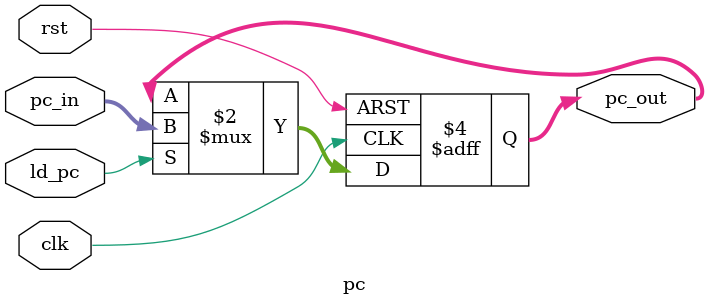
<source format=v>
/* 12bit cp (DFF) */
module pc (clk, rst, ld_pc, pc_in, pc_out);
	input	clk, rst;
	input	ld_pc;
	input		[11:0]   pc_in;
	wire     [11:0]	pc_in;
	output 	[11:0]	pc_out;
	reg		[11:0]	pc_out;


	always @(posedge rst or posedge clk) begin
		if (rst) begin
			pc_out <= 12'b000000000000;
		//enable ON
		end else if (ld_pc) begin
			pc_out <= pc_in;
		end
	end
endmodule
</source>
